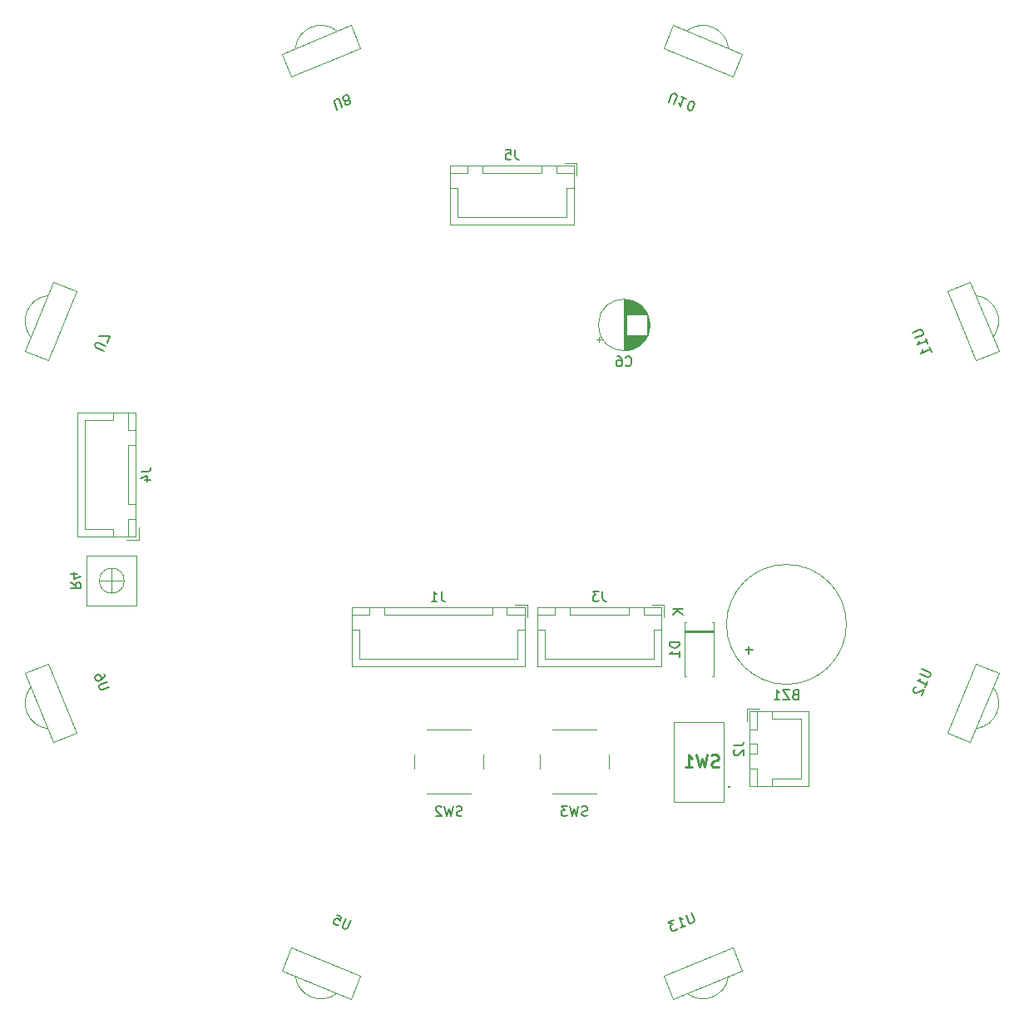
<source format=gbr>
%TF.GenerationSoftware,KiCad,Pcbnew,(6.0.5)*%
%TF.CreationDate,2022-11-08T23:00:49+09:00*%
%TF.ProjectId,main_board_TJ3B,6d61696e-5f62-46f6-9172-645f544a3342,rev?*%
%TF.SameCoordinates,Original*%
%TF.FileFunction,Legend,Bot*%
%TF.FilePolarity,Positive*%
%FSLAX46Y46*%
G04 Gerber Fmt 4.6, Leading zero omitted, Abs format (unit mm)*
G04 Created by KiCad (PCBNEW (6.0.5)) date 2022-11-08 23:00:49*
%MOMM*%
%LPD*%
G01*
G04 APERTURE LIST*
%ADD10C,0.254000*%
%ADD11C,0.150000*%
%ADD12C,0.200000*%
%ADD13C,0.100000*%
%ADD14C,0.120000*%
G04 APERTURE END LIST*
D10*
%TO.C,SW1*%
X179773333Y-121164047D02*
X179591904Y-121224523D01*
X179289523Y-121224523D01*
X179168571Y-121164047D01*
X179108095Y-121103571D01*
X179047619Y-120982619D01*
X179047619Y-120861666D01*
X179108095Y-120740714D01*
X179168571Y-120680238D01*
X179289523Y-120619761D01*
X179531428Y-120559285D01*
X179652380Y-120498809D01*
X179712857Y-120438333D01*
X179773333Y-120317380D01*
X179773333Y-120196428D01*
X179712857Y-120075476D01*
X179652380Y-120015000D01*
X179531428Y-119954523D01*
X179229047Y-119954523D01*
X179047619Y-120015000D01*
X178624285Y-119954523D02*
X178321904Y-121224523D01*
X178080000Y-120317380D01*
X177838095Y-121224523D01*
X177535714Y-119954523D01*
X176386666Y-121224523D02*
X177112380Y-121224523D01*
X176749523Y-121224523D02*
X176749523Y-119954523D01*
X176870476Y-120135952D01*
X176991428Y-120256904D01*
X177112380Y-120317380D01*
D11*
%TO.C,BZ1*%
X187570952Y-113808571D02*
X187428095Y-113856190D01*
X187380476Y-113903809D01*
X187332857Y-113999047D01*
X187332857Y-114141904D01*
X187380476Y-114237142D01*
X187428095Y-114284761D01*
X187523333Y-114332380D01*
X187904285Y-114332380D01*
X187904285Y-113332380D01*
X187570952Y-113332380D01*
X187475714Y-113380000D01*
X187428095Y-113427619D01*
X187380476Y-113522857D01*
X187380476Y-113618095D01*
X187428095Y-113713333D01*
X187475714Y-113760952D01*
X187570952Y-113808571D01*
X187904285Y-113808571D01*
X186999523Y-113332380D02*
X186332857Y-113332380D01*
X186999523Y-114332380D01*
X186332857Y-114332380D01*
X185428095Y-114332380D02*
X185999523Y-114332380D01*
X185713809Y-114332380D02*
X185713809Y-113332380D01*
X185809047Y-113475238D01*
X185904285Y-113570476D01*
X185999523Y-113618095D01*
X183260952Y-109291428D02*
X182499047Y-109291428D01*
X182880000Y-109672380D02*
X182880000Y-108910476D01*
%TO.C,C6*%
X170326666Y-80307142D02*
X170374285Y-80354761D01*
X170517142Y-80402380D01*
X170612380Y-80402380D01*
X170755238Y-80354761D01*
X170850476Y-80259523D01*
X170898095Y-80164285D01*
X170945714Y-79973809D01*
X170945714Y-79830952D01*
X170898095Y-79640476D01*
X170850476Y-79545238D01*
X170755238Y-79450000D01*
X170612380Y-79402380D01*
X170517142Y-79402380D01*
X170374285Y-79450000D01*
X170326666Y-79497619D01*
X169469523Y-79402380D02*
X169660000Y-79402380D01*
X169755238Y-79450000D01*
X169802857Y-79497619D01*
X169898095Y-79640476D01*
X169945714Y-79830952D01*
X169945714Y-80211904D01*
X169898095Y-80307142D01*
X169850476Y-80354761D01*
X169755238Y-80402380D01*
X169564761Y-80402380D01*
X169469523Y-80354761D01*
X169421904Y-80307142D01*
X169374285Y-80211904D01*
X169374285Y-79973809D01*
X169421904Y-79878571D01*
X169469523Y-79830952D01*
X169564761Y-79783333D01*
X169755238Y-79783333D01*
X169850476Y-79830952D01*
X169898095Y-79878571D01*
X169945714Y-79973809D01*
%TO.C,SW3*%
X166433333Y-126134761D02*
X166290476Y-126182380D01*
X166052380Y-126182380D01*
X165957142Y-126134761D01*
X165909523Y-126087142D01*
X165861904Y-125991904D01*
X165861904Y-125896666D01*
X165909523Y-125801428D01*
X165957142Y-125753809D01*
X166052380Y-125706190D01*
X166242857Y-125658571D01*
X166338095Y-125610952D01*
X166385714Y-125563333D01*
X166433333Y-125468095D01*
X166433333Y-125372857D01*
X166385714Y-125277619D01*
X166338095Y-125230000D01*
X166242857Y-125182380D01*
X166004761Y-125182380D01*
X165861904Y-125230000D01*
X165528571Y-125182380D02*
X165290476Y-126182380D01*
X165100000Y-125468095D01*
X164909523Y-126182380D01*
X164671428Y-125182380D01*
X164385714Y-125182380D02*
X163766666Y-125182380D01*
X164100000Y-125563333D01*
X163957142Y-125563333D01*
X163861904Y-125610952D01*
X163814285Y-125658571D01*
X163766666Y-125753809D01*
X163766666Y-125991904D01*
X163814285Y-126087142D01*
X163861904Y-126134761D01*
X163957142Y-126182380D01*
X164242857Y-126182380D01*
X164338095Y-126134761D01*
X164385714Y-126087142D01*
%TO.C,R4*%
X113847619Y-102401666D02*
X114323809Y-102735000D01*
X113847619Y-102973095D02*
X114847619Y-102973095D01*
X114847619Y-102592142D01*
X114800000Y-102496904D01*
X114752380Y-102449285D01*
X114657142Y-102401666D01*
X114514285Y-102401666D01*
X114419047Y-102449285D01*
X114371428Y-102496904D01*
X114323809Y-102592142D01*
X114323809Y-102973095D01*
X114514285Y-101544523D02*
X113847619Y-101544523D01*
X114895238Y-101782619D02*
X114180952Y-102020714D01*
X114180952Y-101401666D01*
%TO.C,J4*%
X121002380Y-91106666D02*
X121716666Y-91106666D01*
X121859523Y-91059047D01*
X121954761Y-90963809D01*
X122002380Y-90820952D01*
X122002380Y-90725714D01*
X121335714Y-92011428D02*
X122002380Y-92011428D01*
X120954761Y-91773333D02*
X121669047Y-91535238D01*
X121669047Y-92154285D01*
%TO.C,U10*%
X174701534Y-53504274D02*
X175011325Y-52756372D01*
X175091766Y-52686606D01*
X175153983Y-52660835D01*
X175260194Y-52653287D01*
X175436171Y-52726179D01*
X175505937Y-52806619D01*
X175531708Y-52868836D01*
X175539256Y-52975048D01*
X175229465Y-53722950D01*
X176536028Y-53181754D02*
X176008097Y-52963078D01*
X176272062Y-53072416D02*
X175889379Y-53996296D01*
X175856060Y-53827867D01*
X175804517Y-53703432D01*
X175734752Y-53622992D01*
X176725270Y-54342533D02*
X176813259Y-54378979D01*
X176919470Y-54371431D01*
X176981687Y-54345660D01*
X177062128Y-54275894D01*
X177179014Y-54118140D01*
X177270129Y-53898169D01*
X177299027Y-53703969D01*
X177291479Y-53597757D01*
X177265707Y-53535540D01*
X177195942Y-53455099D01*
X177107953Y-53418653D01*
X177001742Y-53426202D01*
X176939525Y-53451973D01*
X176859084Y-53521738D01*
X176742198Y-53679492D01*
X176651083Y-53899464D01*
X176622185Y-54093664D01*
X176629733Y-54199875D01*
X176655505Y-54262093D01*
X176725270Y-54342533D01*
%TO.C,U7*%
X117186578Y-78858596D02*
X116438676Y-78548805D01*
X116368910Y-78468365D01*
X116343139Y-78406148D01*
X116335591Y-78299936D01*
X116408483Y-78123959D01*
X116488923Y-78054193D01*
X116551140Y-78028422D01*
X116657352Y-78020874D01*
X117405254Y-78330665D01*
X117551039Y-77978711D02*
X117806161Y-77362791D01*
X116718274Y-77376056D01*
%TO.C,J5*%
X159083333Y-58369380D02*
X159083333Y-59083666D01*
X159130952Y-59226523D01*
X159226190Y-59321761D01*
X159369047Y-59369380D01*
X159464285Y-59369380D01*
X158130952Y-58369380D02*
X158607142Y-58369380D01*
X158654761Y-58845571D01*
X158607142Y-58797952D01*
X158511904Y-58750333D01*
X158273809Y-58750333D01*
X158178571Y-58797952D01*
X158130952Y-58845571D01*
X158083333Y-58940809D01*
X158083333Y-59178904D01*
X158130952Y-59274142D01*
X158178571Y-59321761D01*
X158273809Y-59369380D01*
X158511904Y-59369380D01*
X158607142Y-59321761D01*
X158654761Y-59274142D01*
%TO.C,J2*%
X181322380Y-119026666D02*
X182036666Y-119026666D01*
X182179523Y-118979047D01*
X182274761Y-118883809D01*
X182322380Y-118740952D01*
X182322380Y-118645714D01*
X181417619Y-119455238D02*
X181370000Y-119502857D01*
X181322380Y-119598095D01*
X181322380Y-119836190D01*
X181370000Y-119931428D01*
X181417619Y-119979047D01*
X181512857Y-120026666D01*
X181608095Y-120026666D01*
X181750952Y-119979047D01*
X182322380Y-119407619D01*
X182322380Y-120026666D01*
%TO.C,U6*%
X117769772Y-113049355D02*
X117021869Y-113359146D01*
X116915658Y-113351598D01*
X116853441Y-113325827D01*
X116773000Y-113256061D01*
X116700108Y-113080084D01*
X116707656Y-112973873D01*
X116733428Y-112911655D01*
X116803193Y-112831215D01*
X117551096Y-112521424D01*
X117204858Y-111685533D02*
X117277750Y-111861510D01*
X117270202Y-111967721D01*
X117244431Y-112029939D01*
X117148894Y-112172596D01*
X116991140Y-112289483D01*
X116639186Y-112435267D01*
X116532974Y-112427719D01*
X116470757Y-112401947D01*
X116390317Y-112332182D01*
X116317425Y-112156205D01*
X116324973Y-112049993D01*
X116350744Y-111987776D01*
X116420510Y-111907336D01*
X116640481Y-111816221D01*
X116746693Y-111823769D01*
X116808910Y-111849540D01*
X116889350Y-111919306D01*
X116962242Y-112095283D01*
X116954694Y-112201494D01*
X116928923Y-112263711D01*
X116859157Y-112344152D01*
%TO.C,J1*%
X151563333Y-103327380D02*
X151563333Y-104041666D01*
X151610952Y-104184523D01*
X151706190Y-104279761D01*
X151849047Y-104327380D01*
X151944285Y-104327380D01*
X150563333Y-104327380D02*
X151134761Y-104327380D01*
X150849047Y-104327380D02*
X150849047Y-103327380D01*
X150944285Y-103470238D01*
X151039523Y-103565476D01*
X151134761Y-103613095D01*
%TO.C,U8*%
X140950718Y-54269698D02*
X140640927Y-53521795D01*
X140648475Y-53415584D01*
X140674246Y-53353367D01*
X140744012Y-53272926D01*
X140919989Y-53200034D01*
X141026200Y-53207582D01*
X141088418Y-53233354D01*
X141168858Y-53303119D01*
X141478649Y-54051022D01*
X141886567Y-53418174D02*
X141816802Y-53498614D01*
X141791031Y-53560832D01*
X141783482Y-53667043D01*
X141801705Y-53711037D01*
X141882146Y-53780803D01*
X141944363Y-53806574D01*
X142050575Y-53814122D01*
X142226552Y-53741230D01*
X142296317Y-53660790D01*
X142322088Y-53598573D01*
X142329637Y-53492361D01*
X142311414Y-53448367D01*
X142230973Y-53378601D01*
X142168756Y-53352830D01*
X142062544Y-53345282D01*
X141886567Y-53418174D01*
X141780356Y-53410626D01*
X141718139Y-53384855D01*
X141637698Y-53315089D01*
X141564806Y-53139112D01*
X141572354Y-53032900D01*
X141598126Y-52970683D01*
X141667891Y-52890243D01*
X141843868Y-52817351D01*
X141950080Y-52824899D01*
X142012297Y-52850670D01*
X142092737Y-52920436D01*
X142165629Y-53096413D01*
X142158081Y-53202624D01*
X142132310Y-53264842D01*
X142062544Y-53345282D01*
%TO.C,SW2*%
X153658333Y-126134761D02*
X153515476Y-126182380D01*
X153277380Y-126182380D01*
X153182142Y-126134761D01*
X153134523Y-126087142D01*
X153086904Y-125991904D01*
X153086904Y-125896666D01*
X153134523Y-125801428D01*
X153182142Y-125753809D01*
X153277380Y-125706190D01*
X153467857Y-125658571D01*
X153563095Y-125610952D01*
X153610714Y-125563333D01*
X153658333Y-125468095D01*
X153658333Y-125372857D01*
X153610714Y-125277619D01*
X153563095Y-125230000D01*
X153467857Y-125182380D01*
X153229761Y-125182380D01*
X153086904Y-125230000D01*
X152753571Y-125182380D02*
X152515476Y-126182380D01*
X152325000Y-125468095D01*
X152134523Y-126182380D01*
X151896428Y-125182380D01*
X151563095Y-125277619D02*
X151515476Y-125230000D01*
X151420238Y-125182380D01*
X151182142Y-125182380D01*
X151086904Y-125230000D01*
X151039285Y-125277619D01*
X150991666Y-125372857D01*
X150991666Y-125468095D01*
X151039285Y-125610952D01*
X151610714Y-126182380D01*
X150991666Y-126182380D01*
%TO.C,J3*%
X167973333Y-103327380D02*
X167973333Y-104041666D01*
X168020952Y-104184523D01*
X168116190Y-104279761D01*
X168259047Y-104327380D01*
X168354285Y-104327380D01*
X167592380Y-103327380D02*
X166973333Y-103327380D01*
X167306666Y-103708333D01*
X167163809Y-103708333D01*
X167068571Y-103755952D01*
X167020952Y-103803571D01*
X166973333Y-103898809D01*
X166973333Y-104136904D01*
X167020952Y-104232142D01*
X167068571Y-104279761D01*
X167163809Y-104327380D01*
X167449523Y-104327380D01*
X167544761Y-104279761D01*
X167592380Y-104232142D01*
%TO.C,U13*%
X176989372Y-136048071D02*
X177299163Y-136795973D01*
X177291615Y-136902185D01*
X177265843Y-136964402D01*
X177196078Y-137044843D01*
X177020101Y-137117735D01*
X176913889Y-137110186D01*
X176851672Y-137084415D01*
X176771232Y-137014650D01*
X176461440Y-136266747D01*
X175920244Y-137573310D02*
X176448176Y-137354634D01*
X176184210Y-137463972D02*
X175801526Y-136540092D01*
X175944184Y-136635629D01*
X176068619Y-136687172D01*
X176174830Y-136694720D01*
X175229601Y-136776992D02*
X174657676Y-137013891D01*
X175111420Y-137238284D01*
X174979437Y-137292953D01*
X174909671Y-137373393D01*
X174883900Y-137435611D01*
X174876352Y-137541822D01*
X174967467Y-137761794D01*
X175047907Y-137831559D01*
X175110125Y-137857330D01*
X175216336Y-137864878D01*
X175480302Y-137755540D01*
X175550067Y-137675100D01*
X175575838Y-137612883D01*
%TO.C,D1*%
X175782380Y-108481904D02*
X174782380Y-108481904D01*
X174782380Y-108720000D01*
X174830000Y-108862857D01*
X174925238Y-108958095D01*
X175020476Y-109005714D01*
X175210952Y-109053333D01*
X175353809Y-109053333D01*
X175544285Y-109005714D01*
X175639523Y-108958095D01*
X175734761Y-108862857D01*
X175782380Y-108720000D01*
X175782380Y-108481904D01*
X175782380Y-110005714D02*
X175782380Y-109434285D01*
X175782380Y-109720000D02*
X174782380Y-109720000D01*
X174925238Y-109624761D01*
X175020476Y-109529523D01*
X175068095Y-109434285D01*
X176152380Y-105148095D02*
X175152380Y-105148095D01*
X176152380Y-105719523D02*
X175580952Y-105290952D01*
X175152380Y-105719523D02*
X175723809Y-105148095D01*
%TO.C,U12*%
X200495799Y-111201460D02*
X201243701Y-111511251D01*
X201313467Y-111591692D01*
X201339238Y-111653909D01*
X201346786Y-111760120D01*
X201273894Y-111936097D01*
X201193454Y-112005863D01*
X201131237Y-112031634D01*
X201025025Y-112039182D01*
X200277123Y-111729391D01*
X200818319Y-113035954D02*
X201036995Y-112508023D01*
X200927657Y-112771988D02*
X200003777Y-112389305D01*
X200172206Y-112355986D01*
X200296641Y-112304443D01*
X200377081Y-112234678D01*
X199836644Y-113041671D02*
X199774426Y-113067442D01*
X199693986Y-113137208D01*
X199602871Y-113357179D01*
X199610419Y-113463390D01*
X199636190Y-113525608D01*
X199705956Y-113606048D01*
X199793944Y-113642494D01*
X199944150Y-113653169D01*
X200690758Y-113343914D01*
X200453858Y-113915839D01*
%TO.C,U5*%
X142358670Y-136813495D02*
X142048879Y-137561397D01*
X141968439Y-137631163D01*
X141906222Y-137656934D01*
X141800010Y-137664482D01*
X141624033Y-137591590D01*
X141554267Y-137511150D01*
X141528496Y-137448933D01*
X141520948Y-137342721D01*
X141830739Y-136594819D01*
X140950854Y-136230358D02*
X141390797Y-136412588D01*
X141252561Y-136870754D01*
X141226789Y-136808537D01*
X141157024Y-136728096D01*
X140937053Y-136636981D01*
X140830841Y-136644530D01*
X140768624Y-136670301D01*
X140688184Y-136740066D01*
X140597068Y-136960038D01*
X140604617Y-137066249D01*
X140630388Y-137128466D01*
X140700153Y-137208907D01*
X140920125Y-137300022D01*
X141026336Y-137292474D01*
X141088554Y-137266702D01*
%TO.C,U11*%
X199548145Y-77010701D02*
X200296047Y-76700910D01*
X200402259Y-76708458D01*
X200464476Y-76734230D01*
X200544917Y-76803995D01*
X200617809Y-76979972D01*
X200610260Y-77086184D01*
X200584489Y-77148401D01*
X200514724Y-77228841D01*
X199766821Y-77538633D01*
X201073384Y-78079829D02*
X200854708Y-77551897D01*
X200964046Y-77815863D02*
X200040166Y-78198547D01*
X200135703Y-78055889D01*
X200187246Y-77931454D01*
X200194794Y-77825243D01*
X201437845Y-78959714D02*
X201219168Y-78431783D01*
X201328506Y-78695748D02*
X200404627Y-79078432D01*
X200500164Y-78935774D01*
X200551706Y-78811340D01*
X200559254Y-78705128D01*
D12*
%TO.C,SW1*%
X180800000Y-123190000D02*
X180800000Y-123190000D01*
D13*
X180340000Y-124715000D02*
X175260000Y-124715000D01*
D12*
X180900000Y-123190000D02*
X180900000Y-123190000D01*
D13*
X175260000Y-116585000D02*
X180340000Y-116585000D01*
X180340000Y-116585000D02*
X180340000Y-124715000D01*
D12*
X180900000Y-123190000D02*
X180900000Y-123190000D01*
D13*
X175260000Y-124715000D02*
X175260000Y-116585000D01*
D12*
X180800000Y-123190000D02*
G75*
G03*
X180900000Y-123190000I50000J0D01*
G01*
X180900000Y-123190000D02*
G75*
G03*
X180800000Y-123190000I-50000J0D01*
G01*
X180800000Y-123190000D02*
G75*
G03*
X180900000Y-123190000I50000J0D01*
G01*
D14*
%TO.C,BZ1*%
X192790000Y-106680000D02*
G75*
G03*
X192790000Y-106680000I-6100000J0D01*
G01*
%TO.C,C6*%
X170520000Y-75160000D02*
X170520000Y-73644000D01*
X171641000Y-78322000D02*
X171641000Y-77240000D01*
X170320000Y-78776000D02*
X170320000Y-73624000D01*
X171321000Y-78510000D02*
X171321000Y-77240000D01*
X170520000Y-78756000D02*
X170520000Y-77240000D01*
X171081000Y-75160000D02*
X171081000Y-73786000D01*
X171001000Y-75160000D02*
X171001000Y-73758000D01*
X172481000Y-77378000D02*
X172481000Y-75022000D01*
X171481000Y-78424000D02*
X171481000Y-77240000D01*
X170961000Y-75160000D02*
X170961000Y-73745000D01*
X172761000Y-76484000D02*
X172761000Y-75916000D01*
X171361000Y-75160000D02*
X171361000Y-73910000D01*
X170840000Y-78691000D02*
X170840000Y-77240000D01*
X170640000Y-78736000D02*
X170640000Y-77240000D01*
X172441000Y-75160000D02*
X172441000Y-74949000D01*
X170720000Y-75160000D02*
X170720000Y-73680000D01*
X171441000Y-78447000D02*
X171441000Y-77240000D01*
X172041000Y-77985000D02*
X172041000Y-77240000D01*
X171281000Y-75160000D02*
X171281000Y-73871000D01*
X171041000Y-75160000D02*
X171041000Y-73772000D01*
X170921000Y-75160000D02*
X170921000Y-73732000D01*
X171401000Y-75160000D02*
X171401000Y-73932000D01*
X171681000Y-75160000D02*
X171681000Y-74105000D01*
X172281000Y-77700000D02*
X172281000Y-77240000D01*
X170840000Y-75160000D02*
X170840000Y-73709000D01*
X171961000Y-78064000D02*
X171961000Y-77240000D01*
X171801000Y-78204000D02*
X171801000Y-77240000D01*
X171881000Y-78137000D02*
X171881000Y-77240000D01*
X172001000Y-75160000D02*
X172001000Y-74374000D01*
X171601000Y-78349000D02*
X171601000Y-77240000D01*
X172241000Y-77754000D02*
X172241000Y-77240000D01*
X172201000Y-75160000D02*
X172201000Y-74595000D01*
X172121000Y-77899000D02*
X172121000Y-77240000D01*
X171121000Y-78598000D02*
X171121000Y-77240000D01*
X170720000Y-78720000D02*
X170720000Y-77240000D01*
X171161000Y-78582000D02*
X171161000Y-77240000D01*
X172721000Y-76718000D02*
X172721000Y-75682000D01*
X172161000Y-75160000D02*
X172161000Y-74547000D01*
X171481000Y-75160000D02*
X171481000Y-73976000D01*
X170480000Y-78761000D02*
X170480000Y-77240000D01*
X172601000Y-77115000D02*
X172601000Y-75285000D01*
X172121000Y-75160000D02*
X172121000Y-74501000D01*
X172521000Y-77298000D02*
X172521000Y-75102000D01*
X171921000Y-78101000D02*
X171921000Y-77240000D01*
X172441000Y-77451000D02*
X172441000Y-77240000D01*
X167605225Y-77925000D02*
X167605225Y-77425000D01*
X171121000Y-75160000D02*
X171121000Y-73802000D01*
X170440000Y-75160000D02*
X170440000Y-73635000D01*
X171921000Y-75160000D02*
X171921000Y-74299000D01*
X171441000Y-75160000D02*
X171441000Y-73953000D01*
X171241000Y-75160000D02*
X171241000Y-73852000D01*
X170600000Y-75160000D02*
X170600000Y-73657000D01*
X171761000Y-78235000D02*
X171761000Y-77240000D01*
X171841000Y-75160000D02*
X171841000Y-74229000D01*
X172641000Y-77005000D02*
X172641000Y-75395000D01*
X171201000Y-78565000D02*
X171201000Y-77240000D01*
X172321000Y-75160000D02*
X172321000Y-74757000D01*
X171641000Y-75160000D02*
X171641000Y-74078000D01*
X171161000Y-75160000D02*
X171161000Y-73818000D01*
X172561000Y-77211000D02*
X172561000Y-75189000D01*
X170400000Y-78769000D02*
X170400000Y-77240000D01*
X171401000Y-78468000D02*
X171401000Y-77240000D01*
X170560000Y-78750000D02*
X170560000Y-77240000D01*
X171041000Y-78628000D02*
X171041000Y-77240000D01*
X172081000Y-75160000D02*
X172081000Y-74457000D01*
X170881000Y-78680000D02*
X170881000Y-77240000D01*
X172361000Y-77583000D02*
X172361000Y-77240000D01*
X170160000Y-78780000D02*
X170160000Y-73620000D01*
X170240000Y-78779000D02*
X170240000Y-73621000D01*
X170400000Y-75160000D02*
X170400000Y-73631000D01*
X170800000Y-78701000D02*
X170800000Y-77240000D01*
X170760000Y-75160000D02*
X170760000Y-73689000D01*
X170480000Y-75160000D02*
X170480000Y-73639000D01*
X170200000Y-78780000D02*
X170200000Y-73620000D01*
X171761000Y-75160000D02*
X171761000Y-74165000D01*
X170440000Y-78765000D02*
X170440000Y-77240000D01*
X171721000Y-75160000D02*
X171721000Y-74135000D01*
X172161000Y-77853000D02*
X172161000Y-77240000D01*
X171081000Y-78614000D02*
X171081000Y-77240000D01*
X172401000Y-75160000D02*
X172401000Y-74881000D01*
X171281000Y-78529000D02*
X171281000Y-77240000D01*
X171001000Y-78642000D02*
X171001000Y-77240000D01*
X172081000Y-77943000D02*
X172081000Y-77240000D01*
X170680000Y-78728000D02*
X170680000Y-77240000D01*
X170760000Y-78711000D02*
X170760000Y-77240000D01*
X172201000Y-77805000D02*
X172201000Y-77240000D01*
X171801000Y-75160000D02*
X171801000Y-74196000D01*
X171361000Y-78490000D02*
X171361000Y-77240000D01*
X171521000Y-78400000D02*
X171521000Y-77240000D01*
X172401000Y-77519000D02*
X172401000Y-77240000D01*
X171561000Y-75160000D02*
X171561000Y-74025000D01*
X171601000Y-75160000D02*
X171601000Y-74051000D01*
X171521000Y-75160000D02*
X171521000Y-74000000D01*
X172361000Y-75160000D02*
X172361000Y-74817000D01*
X172321000Y-77643000D02*
X172321000Y-77240000D01*
X171681000Y-78295000D02*
X171681000Y-77240000D01*
X172281000Y-75160000D02*
X172281000Y-74700000D01*
X171721000Y-78265000D02*
X171721000Y-77240000D01*
X171321000Y-75160000D02*
X171321000Y-73890000D01*
X171881000Y-75160000D02*
X171881000Y-74263000D01*
X170280000Y-78778000D02*
X170280000Y-73622000D01*
X171841000Y-78171000D02*
X171841000Y-77240000D01*
X170600000Y-78743000D02*
X170600000Y-77240000D01*
X172241000Y-75160000D02*
X172241000Y-74646000D01*
X170921000Y-78668000D02*
X170921000Y-77240000D01*
X170360000Y-78773000D02*
X170360000Y-73627000D01*
X170560000Y-75160000D02*
X170560000Y-73650000D01*
X170800000Y-75160000D02*
X170800000Y-73699000D01*
X170961000Y-78655000D02*
X170961000Y-77240000D01*
X170640000Y-75160000D02*
X170640000Y-73664000D01*
X172681000Y-76877000D02*
X172681000Y-75523000D01*
X171241000Y-78548000D02*
X171241000Y-77240000D01*
X171561000Y-78375000D02*
X171561000Y-77240000D01*
X170881000Y-75160000D02*
X170881000Y-73720000D01*
X171201000Y-75160000D02*
X171201000Y-73835000D01*
X171961000Y-75160000D02*
X171961000Y-74336000D01*
X172041000Y-75160000D02*
X172041000Y-74415000D01*
X170680000Y-75160000D02*
X170680000Y-73672000D01*
X172001000Y-78026000D02*
X172001000Y-77240000D01*
X167355225Y-77675000D02*
X167855225Y-77675000D01*
X172780000Y-76200000D02*
G75*
G03*
X172780000Y-76200000I-2620000J0D01*
G01*
%TO.C,SW3*%
X162850000Y-117400000D02*
X167350000Y-117400000D01*
X167350000Y-123900000D02*
X162850000Y-123900000D01*
X161600000Y-121400000D02*
X161600000Y-119900000D01*
X168600000Y-119900000D02*
X168600000Y-121400000D01*
%TO.C,R4*%
X118015000Y-103505000D02*
X118015000Y-100965000D01*
X118015000Y-102235000D02*
X119285000Y-102235000D01*
X119285000Y-102235000D02*
X116745000Y-102235000D01*
X120555000Y-104775000D02*
X115475000Y-104775000D01*
X115475000Y-104775000D02*
X115475000Y-99695000D01*
X115475000Y-99695000D02*
X120555000Y-99695000D01*
X120555000Y-99695000D02*
X120555000Y-104775000D01*
X119285000Y-102235000D02*
G75*
G03*
X119285000Y-102235000I-1270000J0D01*
G01*
%TO.C,J4*%
X120460000Y-85130000D02*
X120460000Y-97750000D01*
X120460000Y-97750000D02*
X114490000Y-97750000D01*
X115250000Y-85890000D02*
X115250000Y-91440000D01*
X119700000Y-85140000D02*
X120450000Y-85140000D01*
X119700000Y-94440000D02*
X119700000Y-88440000D01*
X119700000Y-95940000D02*
X120450000Y-95940000D01*
X120750000Y-98040000D02*
X119500000Y-98040000D01*
X120450000Y-95940000D02*
X120450000Y-97740000D01*
X120450000Y-85140000D02*
X120450000Y-86940000D01*
X120450000Y-97740000D02*
X119700000Y-97740000D01*
X120450000Y-94440000D02*
X119700000Y-94440000D01*
X119700000Y-97740000D02*
X119700000Y-95940000D01*
X120450000Y-86940000D02*
X119700000Y-86940000D01*
X114490000Y-97750000D02*
X114490000Y-85130000D01*
X118200000Y-85890000D02*
X115250000Y-85890000D01*
X120750000Y-96790000D02*
X120750000Y-98040000D01*
X115250000Y-96990000D02*
X115250000Y-91440000D01*
X118200000Y-96990000D02*
X115250000Y-96990000D01*
X119700000Y-86940000D02*
X119700000Y-85140000D01*
X118200000Y-97740000D02*
X118200000Y-96990000D01*
X118200000Y-85140000D02*
X118200000Y-85890000D01*
X120450000Y-88440000D02*
X120450000Y-94440000D01*
X119700000Y-88440000D02*
X120450000Y-88440000D01*
X114490000Y-85130000D02*
X120460000Y-85130000D01*
%TO.C,U10*%
X174184335Y-48032194D02*
X181224297Y-50948242D01*
X181224297Y-50948242D02*
X182196313Y-48601588D01*
X182196313Y-48601588D02*
X175156351Y-45685540D01*
X175156351Y-45685540D02*
X174184335Y-48032194D01*
X180788320Y-48018378D02*
G75*
G03*
X176564343Y-46268750I-2597996J-298513D01*
G01*
%TO.C,U7*%
X111532268Y-79815739D02*
X114448316Y-72775777D01*
X114448316Y-72775777D02*
X112101662Y-71803761D01*
X112101662Y-71803761D02*
X109185614Y-78843723D01*
X109185614Y-78843723D02*
X111532268Y-79815739D01*
X111518452Y-73211754D02*
G75*
G03*
X109768824Y-77435731I298513J-2597996D01*
G01*
%TO.C,J5*%
X161750000Y-60017000D02*
X161750000Y-60767000D01*
X163250000Y-60767000D02*
X163250000Y-60017000D01*
X165050000Y-62267000D02*
X164300000Y-62267000D01*
X155750000Y-60017000D02*
X161750000Y-60017000D01*
X153200000Y-65217000D02*
X158750000Y-65217000D01*
X152450000Y-60017000D02*
X154250000Y-60017000D01*
X152440000Y-65977000D02*
X152440000Y-60007000D01*
X153200000Y-62267000D02*
X153200000Y-65217000D01*
X152440000Y-60007000D02*
X165060000Y-60007000D01*
X163250000Y-60017000D02*
X165050000Y-60017000D01*
X154250000Y-60767000D02*
X152450000Y-60767000D01*
X155750000Y-60767000D02*
X155750000Y-60017000D01*
X164100000Y-59717000D02*
X165350000Y-59717000D01*
X152450000Y-60767000D02*
X152450000Y-60017000D01*
X165350000Y-59717000D02*
X165350000Y-60967000D01*
X164300000Y-65217000D02*
X158750000Y-65217000D01*
X154250000Y-60017000D02*
X154250000Y-60767000D01*
X165050000Y-60017000D02*
X165050000Y-60767000D01*
X165060000Y-65977000D02*
X152440000Y-65977000D01*
X164300000Y-62267000D02*
X164300000Y-65217000D01*
X161750000Y-60767000D02*
X155750000Y-60767000D01*
X165050000Y-60767000D02*
X163250000Y-60767000D01*
X152450000Y-62267000D02*
X153200000Y-62267000D01*
X165060000Y-60007000D02*
X165060000Y-65977000D01*
%TO.C,J2*%
X188930000Y-123170000D02*
X182960000Y-123170000D01*
X182970000Y-119860000D02*
X182970000Y-118860000D01*
X182960000Y-115550000D02*
X188930000Y-115550000D01*
X182970000Y-117360000D02*
X182970000Y-115560000D01*
X185220000Y-122410000D02*
X188170000Y-122410000D01*
X188170000Y-116310000D02*
X188170000Y-119360000D01*
X185220000Y-115560000D02*
X185220000Y-116310000D01*
X182970000Y-115560000D02*
X183720000Y-115560000D01*
X182970000Y-123160000D02*
X182970000Y-121360000D01*
X182970000Y-121360000D02*
X183720000Y-121360000D01*
X182670000Y-116510000D02*
X182670000Y-115260000D01*
X183720000Y-121360000D02*
X183720000Y-123160000D01*
X182960000Y-123170000D02*
X182960000Y-115550000D01*
X183720000Y-117360000D02*
X182970000Y-117360000D01*
X182670000Y-115260000D02*
X183920000Y-115260000D01*
X183720000Y-118860000D02*
X183720000Y-119860000D01*
X183720000Y-115560000D02*
X183720000Y-117360000D01*
X185220000Y-123160000D02*
X185220000Y-122410000D01*
X188170000Y-122410000D02*
X188170000Y-119360000D01*
X182970000Y-118860000D02*
X183720000Y-118860000D01*
X188930000Y-115550000D02*
X188930000Y-123170000D01*
X185220000Y-116310000D02*
X188170000Y-116310000D01*
X183720000Y-119860000D02*
X182970000Y-119860000D01*
X183720000Y-123160000D02*
X182970000Y-123160000D01*
%TO.C,U6*%
X114448373Y-117724359D02*
X111532325Y-110684397D01*
X111532325Y-110684397D02*
X109185671Y-111656413D01*
X109185671Y-111656413D02*
X112101719Y-118696375D01*
X112101719Y-118696375D02*
X114448373Y-117724359D01*
X109768881Y-113064405D02*
G75*
G03*
X111518509Y-117288382I2048141J-1625981D01*
G01*
%TO.C,J1*%
X156730000Y-105725000D02*
X145730000Y-105725000D01*
X160030000Y-105725000D02*
X158230000Y-105725000D01*
X142420000Y-104965000D02*
X160040000Y-104965000D01*
X160330000Y-104675000D02*
X160330000Y-105925000D01*
X158230000Y-104975000D02*
X160030000Y-104975000D01*
X159280000Y-107225000D02*
X159280000Y-110175000D01*
X143180000Y-110175000D02*
X151230000Y-110175000D01*
X159280000Y-110175000D02*
X151230000Y-110175000D01*
X142430000Y-104975000D02*
X144230000Y-104975000D01*
X160040000Y-110935000D02*
X142420000Y-110935000D01*
X160030000Y-104975000D02*
X160030000Y-105725000D01*
X158230000Y-105725000D02*
X158230000Y-104975000D01*
X142420000Y-110935000D02*
X142420000Y-104965000D01*
X156730000Y-104975000D02*
X156730000Y-105725000D01*
X145730000Y-104975000D02*
X156730000Y-104975000D01*
X143180000Y-107225000D02*
X143180000Y-110175000D01*
X144230000Y-105725000D02*
X142430000Y-105725000D01*
X145730000Y-105725000D02*
X145730000Y-104975000D01*
X142430000Y-107225000D02*
X143180000Y-107225000D01*
X159080000Y-104675000D02*
X160330000Y-104675000D01*
X144230000Y-104975000D02*
X144230000Y-105725000D01*
X160030000Y-107225000D02*
X159280000Y-107225000D01*
X142430000Y-105725000D02*
X142430000Y-104975000D01*
X160040000Y-104965000D02*
X160040000Y-110935000D01*
%TO.C,U8*%
X136275715Y-50948299D02*
X143315677Y-48032251D01*
X143315677Y-48032251D02*
X142343661Y-45685597D01*
X142343661Y-45685597D02*
X135303699Y-48601645D01*
X135303699Y-48601645D02*
X136275715Y-50948299D01*
X140935669Y-46268807D02*
G75*
G03*
X136711692Y-48018435I-1625981J-2048141D01*
G01*
%TO.C,SW2*%
X155825000Y-119900000D02*
X155825000Y-121400000D01*
X150075000Y-117400000D02*
X154575000Y-117400000D01*
X148825000Y-121400000D02*
X148825000Y-119900000D01*
X154575000Y-123900000D02*
X150075000Y-123900000D01*
%TO.C,J3*%
X172140000Y-105725000D02*
X172140000Y-104975000D01*
X161330000Y-104965000D02*
X173950000Y-104965000D01*
X161340000Y-105725000D02*
X161340000Y-104975000D01*
X164640000Y-104975000D02*
X170640000Y-104975000D01*
X173950000Y-104965000D02*
X173950000Y-110935000D01*
X163140000Y-105725000D02*
X161340000Y-105725000D01*
X173950000Y-110935000D02*
X161330000Y-110935000D01*
X173940000Y-105725000D02*
X172140000Y-105725000D01*
X161330000Y-110935000D02*
X161330000Y-104965000D01*
X163140000Y-104975000D02*
X163140000Y-105725000D01*
X172140000Y-104975000D02*
X173940000Y-104975000D01*
X162090000Y-107225000D02*
X162090000Y-110175000D01*
X164640000Y-105725000D02*
X164640000Y-104975000D01*
X161340000Y-107225000D02*
X162090000Y-107225000D01*
X172990000Y-104675000D02*
X174240000Y-104675000D01*
X161340000Y-104975000D02*
X163140000Y-104975000D01*
X173190000Y-110175000D02*
X167640000Y-110175000D01*
X170640000Y-104975000D02*
X170640000Y-105725000D01*
X174240000Y-104675000D02*
X174240000Y-105925000D01*
X173940000Y-107225000D02*
X173190000Y-107225000D01*
X170640000Y-105725000D02*
X164640000Y-105725000D01*
X173940000Y-104975000D02*
X173940000Y-105725000D01*
X173190000Y-107225000D02*
X173190000Y-110175000D01*
X162090000Y-110175000D02*
X167640000Y-110175000D01*
%TO.C,U13*%
X181224433Y-139551701D02*
X174184471Y-142467749D01*
X174184471Y-142467749D02*
X175156487Y-144814403D01*
X175156487Y-144814403D02*
X182196449Y-141898355D01*
X182196449Y-141898355D02*
X181224433Y-139551701D01*
X176564479Y-144231193D02*
G75*
G03*
X180788456Y-142481565I1625981J2048141D01*
G01*
%TO.C,D1*%
X176330000Y-107400000D02*
X179270000Y-107400000D01*
X176330000Y-107520000D02*
X179270000Y-107520000D01*
X179140000Y-106500000D02*
X179270000Y-106500000D01*
X176330000Y-107280000D02*
X179270000Y-107280000D01*
X176330000Y-111940000D02*
X176460000Y-111940000D01*
X179270000Y-106500000D02*
X179270000Y-111940000D01*
X179270000Y-111940000D02*
X179140000Y-111940000D01*
X176330000Y-106500000D02*
X176330000Y-111940000D01*
X176460000Y-106500000D02*
X176330000Y-106500000D01*
%TO.C,U12*%
X205967880Y-110684261D02*
X203051832Y-117724223D01*
X203051832Y-117724223D02*
X205398486Y-118696239D01*
X205398486Y-118696239D02*
X208314534Y-111656277D01*
X208314534Y-111656277D02*
X205967880Y-110684261D01*
X205981696Y-117288246D02*
G75*
G03*
X207731324Y-113064269I-298513J2597996D01*
G01*
%TO.C,U5*%
X143315813Y-142467806D02*
X136275851Y-139551758D01*
X136275851Y-139551758D02*
X135303835Y-141898412D01*
X135303835Y-141898412D02*
X142343797Y-144814460D01*
X142343797Y-144814460D02*
X143315813Y-142467806D01*
X136711828Y-142481622D02*
G75*
G03*
X140935805Y-144231250I2597996J298513D01*
G01*
%TO.C,U11*%
X203051775Y-72775641D02*
X205967823Y-79815603D01*
X205967823Y-79815603D02*
X208314477Y-78843587D01*
X208314477Y-78843587D02*
X205398429Y-71803625D01*
X205398429Y-71803625D02*
X203051775Y-72775641D01*
X207731267Y-77435595D02*
G75*
G03*
X205981639Y-73211618I-2048141J1625981D01*
G01*
%TD*%
M02*

</source>
